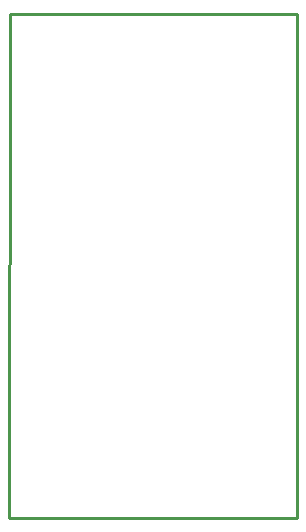
<source format=gbr>
G04 EAGLE Gerber RS-274X export*
G75*
%MOMM*%
%FSLAX34Y34*%
%LPD*%
%IN*%
%IPPOS*%
%AMOC8*
5,1,8,0,0,1.08239X$1,22.5*%
G01*
%ADD10C,0.254000*%


D10*
X-8890Y0D02*
X235460Y0D01*
X235460Y426620D01*
X-7620Y426620D01*
X-8890Y0D01*
M02*

</source>
